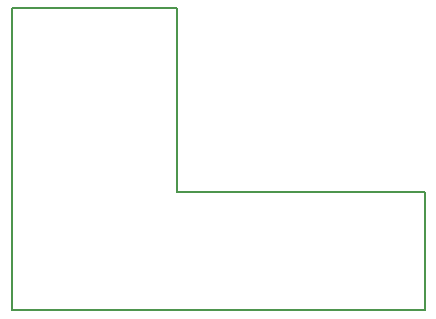
<source format=gko>
G04*
G04 #@! TF.GenerationSoftware,Altium Limited,Altium NEXUS,2.1.5 (53)*
G04*
G04 Layer_Color=16711935*
%FSLAX44Y44*%
%MOMM*%
G71*
G01*
G75*
%ADD20C,0.2000*%
D20*
X140208Y100076D02*
X350208D01*
Y76D02*
Y100076D01*
X208Y76D02*
X350208D01*
X208D02*
Y255778D01*
X140208D01*
Y100076D02*
Y255778D01*
M02*

</source>
